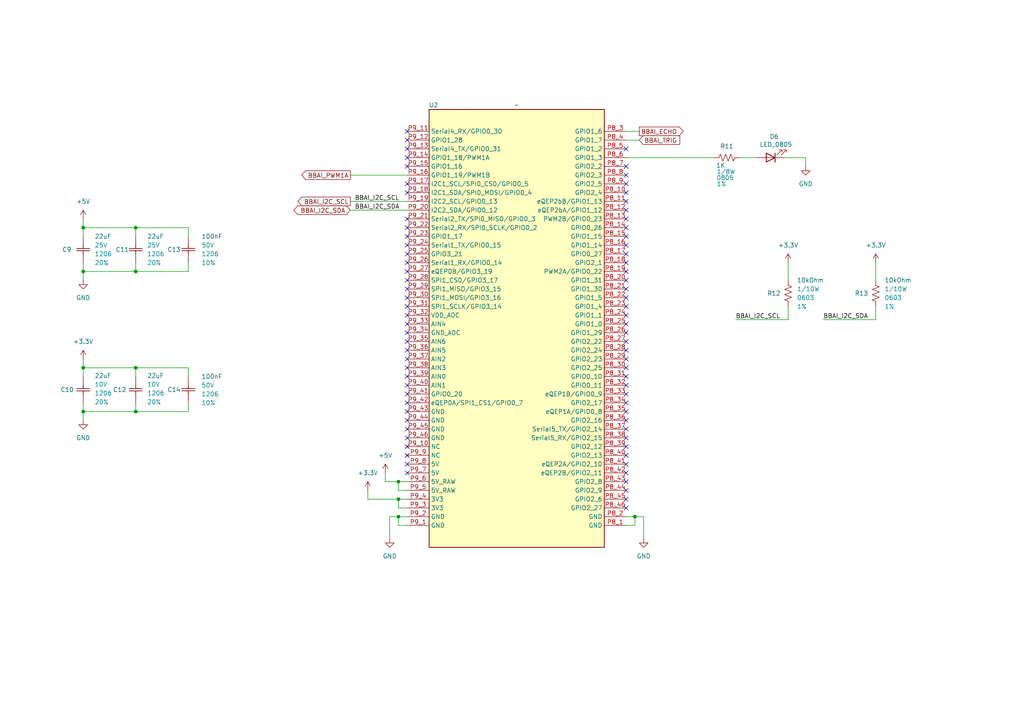
<source format=kicad_sch>
(kicad_sch (version 20250114) (generator "eeschema") (generator_version "9.0")
  (paper "A4")
  (title_block (title "BBAI") (date "2025-06-30"))
  (lib_symbols
    (symbol "automative_hexapod:BeagleBone_AI"
      (property "Reference" "U" (at -24.892 64.77 0))
      (symbol "BeagleBone_AI_0_1"
        (rectangle (start -25.4 63.5) (end 25.4 -63.5) (stroke (width 0.254)) (fill (type background)))
      )
      (symbol "BeagleBone_AI_1_1"
        (pin bidirectional line (at -31.75 57.15 0) (length 6.35) (name "Serial4_RX/GPIO0_30") (number "P9_11"))
        (pin bidirectional line (at -31.75 54.61 0) (length 6.35) (name "GPIO1_28") (number "P9_12"))
        (pin bidirectional line (at -31.75 52.07 0) (length 6.35) (name "Serial4_TX/GPIO0_31") (number "P9_13"))
        (pin bidirectional line (at -31.75 49.53 0) (length 6.35) (name "GPIO1_18/PWM1A") (number "P9_14"))
        (pin bidirectional line (at -31.75 46.99 0) (length 6.35) (name "GPIO1_16") (number "P9_15"))
        (pin bidirectional line (at -31.75 44.45 0) (length 6.35) (name "GPIO1_19/PWM1B") (number "P9_16"))
        (pin bidirectional line (at -31.75 41.91 0) (length 6.35) (name "I2C1_SCL/SPI0_CS0/GPIO0_5") (number "P9_17"))
        (pin bidirectional line (at -31.75 39.37 0) (length 6.35) (name "I2C1_SDA/SPI0_MOSI/GPIO0_4") (number "P9_18"))
        (pin bidirectional line (at -31.75 36.83 0) (length 6.35) (name "I2C2_SCL/GPIO0_13") (number "P9_19"))
        (pin bidirectional line (at -31.75 34.29 0) (length 6.35) (name "I2C2_SDA/GPIO0_12") (number "P9_20"))
        (pin bidirectional line (at -31.75 31.75 0) (length 6.35) (name "Serial2_TX/SPI0_MISO/GPIO0_3") (number "P9_21"))
        (pin bidirectional line (at -31.75 29.21 0) (length 6.35) (name "Serial2_RX/SPI0_SCLK/GPIO0_2") (number "P9_22"))
        (pin bidirectional line (at -31.75 26.67 0) (length 6.35) (name "GPIO1_17") (number "P9_23"))
        (pin bidirectional line (at -31.75 24.13 0) (length 6.35) (name "Serial1_TX/GPIO0_15") (number "P9_24"))
        (pin bidirectional line (at -31.75 21.59 0) (length 6.35) (name "GPIO3_21") (number "P9_25"))
        (pin bidirectional line (at -31.75 19.05 0) (length 6.35) (name "Serial1_RX/GPIO0_14") (number "P9_26"))
        (pin bidirectional line (at -31.75 16.51 0) (length 6.35) (name "eQEP0B/GPIO3_19") (number "P9_27"))
        (pin bidirectional line (at -31.75 13.97 0) (length 6.35) (name "SPI1_CS0/GPIO3_17") (number "P9_28"))
        (pin bidirectional line (at -31.75 11.43 0) (length 6.35) (name "SPI1_MISO/GPIO3_15") (number "P9_29"))
        (pin bidirectional line (at -31.75 8.89 0) (length 6.35) (name "SPI1_MOSI/GPIO3_16") (number "P9_30"))
        (pin bidirectional line (at -31.75 6.35 0) (length 6.35) (name "SPI1_SCLK/GPIO3_14") (number "P9_31"))
        (pin power_in line (at -31.75 3.81 0) (length 6.35) (name "VDD_ADC") (number "P9_32"))
        (pin bidirectional line (at -31.75 1.27 0) (length 6.35) (name "AIN4") (number "P9_33"))
        (pin passive line (at -31.75 -1.27 0) (length 6.35) (name "GND_ADC") (number "P9_34"))
        (pin bidirectional line (at -31.75 -3.81 0) (length 6.35) (name "AIN6") (number "P9_35"))
        (pin bidirectional line (at -31.75 -6.35 0) (length 6.35) (name "AIN5") (number "P9_36"))
        (pin bidirectional line (at -31.75 -8.89 0) (length 6.35) (name "AIN2") (number "P9_37"))
        (pin bidirectional line (at -31.75 -11.43 0) (length 6.35) (name "AIN3") (number "P9_38"))
        (pin bidirectional line (at -31.75 -13.97 0) (length 6.35) (name "AIN0") (number "P9_39"))
        (pin bidirectional line (at -31.75 -16.51 0) (length 6.35) (name "AIN1") (number "P9_40"))
        (pin bidirectional line (at -31.75 -19.05 0) (length 6.35) (name "GPIO0_20") (number "P9_41"))
        (pin bidirectional line (at -31.75 -21.59 0) (length 6.35) (name "eQEP0A/SPI1_CS1/GPIO0_7") (number "P9_42"))
        (pin passive line (at -31.75 -24.13 0) (length 6.35) (name "GND") (number "P9_43"))
        (pin passive line (at -31.75 -26.67 0) (length 6.35) (name "GND") (number "P9_44"))
        (pin passive line (at -31.75 -29.21 0) (length 6.35) (name "GND") (number "P9_45"))
        (pin passive line (at -31.75 -31.75 0) (length 6.35) (name "GND") (number "P9_46"))
        (pin no_connect line (at -31.75 -34.29 0) (length 6.35) (name "NC") (number "P9_10"))
        (pin no_connect line (at -31.75 -36.83 0) (length 6.35) (name "NC") (number "P9_9"))
        (pin power_in line (at -31.75 -39.37 0) (length 6.35) (name "5V") (number "P9_8"))
        (pin power_in line (at -31.75 -41.91 0) (length 6.35) (name "5V") (number "P9_7"))
        (pin power_in line (at -31.75 -44.45 0) (length 6.35) (name "5V_RAW") (number "P9_6"))
        (pin power_in line (at -31.75 -46.99 0) (length 6.35) (name "5V_RAW") (number "P9_5"))
        (pin power_in line (at -31.75 -49.53 0) (length 6.35) (name "3V3") (number "P9_4"))
        (pin power_in line (at -31.75 -52.07 0) (length 6.35) (name "3V3") (number "P9_3"))
        (pin passive line (at -31.75 -54.61 0) (length 6.35) (name "GND") (number "P9_2"))
        (pin passive line (at -31.75 -57.15 0) (length 6.35) (name "GND") (number "P9_1"))
        (pin bidirectional line (at 31.75 57.15 180) (length 6.35) (name "GPIO1_6") (number "P8_3"))
        (pin bidirectional line (at 31.75 54.61 180) (length 6.35) (name "GPIO1_7") (number "P8_4"))
        (pin bidirectional line (at 31.75 52.07 180) (length 6.35) (name "GPIO1_2") (number "P8_5"))
        (pin bidirectional line (at 31.75 49.53 180) (length 6.35) (name "GPIO1_3") (number "P8_6"))
        (pin bidirectional line (at 31.75 46.99 180) (length 6.35) (name "GPIO2_2") (number "P8_7"))
        (pin bidirectional line (at 31.75 44.45 180) (length 6.35) (name "GPIO2_3") (number "P8_8"))
        (pin bidirectional line (at 31.75 41.91 180) (length 6.35) (name "GPIO2_5") (number "P8_9"))
        (pin bidirectional line (at 31.75 39.37 180) (length 6.35) (name "GPIO2_4") (number "P8_10"))
        (pin bidirectional line (at 31.75 36.83 180) (length 6.35) (name "eQEP2bB/GPIO1_13") (number "P8_11"))
        (pin bidirectional line (at 31.75 34.29 180) (length 6.35) (name "eQEP2bA/GPIO1_12") (number "P8_12"))
        (pin bidirectional line (at 31.75 31.75 180) (length 6.35) (name "PWM2B/GPIO0_23") (number "P8_13"))
        (pin bidirectional line (at 31.75 29.21 180) (length 6.35) (name "GPIO0_26") (number "P8_14"))
        (pin bidirectional line (at 31.75 26.67 180) (length 6.35) (name "GPIO1_15") (number "P8_15"))
        (pin bidirectional line (at 31.75 24.13 180) (length 6.35) (name "GPIO1_14") (number "P8_16"))
        (pin bidirectional line (at 31.75 21.59 180) (length 6.35) (name "GPIO0_27") (number "P8_17"))
        (pin bidirectional line (at 31.75 19.05 180) (length 6.35) (name "GPIO2_1") (number "P8_18"))
        (pin bidirectional line (at 31.75 16.51 180) (length 6.35) (name "PWM2A/GPIO0_22") (number "P8_19"))
        (pin bidirectional line (at 31.75 13.97 180) (length 6.35) (name "GPIO1_31") (number "P8_20"))
        (pin bidirectional line (at 31.75 11.43 180) (length 6.35) (name "GPIO1_30") (number "P8_21"))
        (pin bidirectional line (at 31.75 8.89 180) (length 6.35) (name "GPIO1_5") (number "P8_22"))
        (pin bidirectional line (at 31.75 6.35 180) (length 6.35) (name "GPIO1_4") (number "P8_23"))
        (pin bidirectional line (at 31.75 3.81 180) (length 6.35) (name "GPIO1_1") (number "P8_24"))
        (pin bidirectional line (at 31.75 1.27 180) (length 6.35) (name "GPIO1_0") (number "P8_25"))
        (pin passive line (at 31.75 -1.27 180) (length 6.35) (name "GPIO1_29") (number "P8_26"))
        (pin bidirectional line (at 31.75 -3.81 180) (length 6.35) (name "GPIO2_22") (number "P8_27"))
        (pin bidirectional line (at 31.75 -6.35 180) (length 6.35) (name "GPIO2_24") (number "P8_28"))
        (pin bidirectional line (at 31.75 -8.89 180) (length 6.35) (name "GPIO2_23") (number "P8_29"))
        (pin bidirectional line (at 31.75 -11.43 180) (length 6.35) (name "GPIO2_25") (number "P8_30"))
        (pin bidirectional line (at 31.75 -13.97 180) (length 6.35) (name "GPIO0_10") (number "P8_31"))
        (pin bidirectional line (at 31.75 -16.51 180) (length 6.35) (name "GPIO0_11") (number "P8_32"))
        (pin bidirectional line (at 31.75 -19.05 180) (length 6.35) (name "eQEP1B/GPIO0_9") (number "P8_33"))
        (pin bidirectional line (at 31.75 -21.59 180) (length 6.35) (name "GPIO2_17") (number "P8_34"))
        (pin bidirectional line (at 31.75 -24.13 180) (length 6.35) (name "eQEP1A/GPIO0_8") (number "P8_35"))
        (pin bidirectional line (at 31.75 -26.67 180) (length 6.35) (name "GPIO2_16") (number "P8_36"))
        (pin bidirectional line (at 31.75 -29.21 180) (length 6.35) (name "Serial5_TX/GPIO2_14") (number "P8_37"))
        (pin bidirectional line (at 31.75 -31.75 180) (length 6.35) (name "Serial5_RX/GPIO2_15") (number "P8_38"))
        (pin bidirectional line (at 31.75 -34.29 180) (length 6.35) (name "GPIO2_12") (number "P8_39"))
        (pin bidirectional line (at 31.75 -36.83 180) (length 6.35) (name "GPIO2_13") (number "P8_40"))
        (pin bidirectional line (at 31.75 -39.37 180) (length 6.35) (name "eQEP2A/GPIO2_10") (number "P8_41"))
        (pin bidirectional line (at 31.75 -41.91 180) (length 6.35) (name "eQEP2B/GPIO2_11") (number "P8_42"))
        (pin bidirectional line (at 31.75 -44.45 180) (length 6.35) (name "GPIO2_8") (number "P8_43"))
        (pin bidirectional line (at 31.75 -46.99 180) (length 6.35) (name "GPIO2_9") (number "P8_44"))
        (pin bidirectional line (at 31.75 -49.53 180) (length 6.35) (name "GPIO2_6") (number "P8_45"))
        (pin bidirectional line (at 31.75 -52.07 180) (length 6.35) (name "GPIO2_27") (number "P8_46"))
        (pin passive line (at 31.75 -54.61 180) (length 6.35) (name "GND") (number "P8_2"))
        (pin passive line (at 31.75 -57.15 180) (length 6.35) (name "GND") (number "P8_1"))
      )
    )
    (symbol "automative_hexapod:Ceramic_Cap_1206_100nF_50V" (pin_numbers (hide yes)) (pin_names (hide yes))
      (property "Reference" "C" (at -1.524 2.794 0))
      (property "Value" "100nF" (at -0.254 -3.81 0))
      (property "Value 2" "50V" (at -1.27 -5.842 0))
      (property "Value 3" "1206" (at -0.508 -7.874 0))
      (property "Value 4" "10%" (at -1.016 -9.652 0))
      (symbol "Ceramic_Cap_1206_100nF_50V_1_1"
        (polyline (pts (xy -1.27 0) (xy -0.3302 0)) (stroke (width 0.2032)))
        (polyline (pts (xy -0.3302 -1.905) (xy -0.3302 1.905)) (stroke (width 0.2032)))
        (polyline (pts (xy 0.3048 0) (xy 1.27 0)) (stroke (width 0.2032)))
        (polyline (pts (xy 0.3048 -1.905) (xy 0.3048 1.905)) (stroke (width 0.2032)))
        (pin unspecified line (at -3.81 0 0) (length 2.54) (name "") (number "1"))
        (pin unspecified line (at 3.81 0 180) (length 2.54) (name "") (number "2"))
      )
    )
    (symbol "automative_hexapod:Ceramic_Cap_1206_22uF_10V" (pin_numbers (hide yes)) (pin_names (hide yes))
      (property "Reference" "C" (at -1.524 2.794 0))
      (property "Value" "22uF" (at -0.254 -3.81 0))
      (property "Value 2" "10V" (at -0.762 -5.842 0))
      (property "Value 3" "1206" (at 0 -7.874 0))
      (property "Value 4" "20%" (at -0.508 -9.652 0))
      (symbol "Ceramic_Cap_1206_22uF_10V_1_1"
        (polyline (pts (xy -1.27 0) (xy -0.3302 0)) (stroke (width 0.2032)))
        (polyline (pts (xy -0.3302 -1.905) (xy -0.3302 1.905)) (stroke (width 0.2032)))
        (polyline (pts (xy 0.3048 0) (xy 1.27 0)) (stroke (width 0.2032)))
        (polyline (pts (xy 0.3048 -1.905) (xy 0.3048 1.905)) (stroke (width 0.2032)))
        (pin unspecified line (at -3.81 0 0) (length 2.54) (name "") (number "1"))
        (pin unspecified line (at 3.81 0 180) (length 2.54) (name "") (number "2"))
      )
    )
    (symbol "automative_hexapod:Ceramic_Cap_1206_22uF_25V" (pin_numbers (hide yes)) (pin_names (hide yes))
      (property "Reference" "C" (at -1.524 2.794 0))
      (property "Value" "22uF" (at -0.254 -3.81 0))
      (property "Value 2" "25V" (at -0.762 -5.842 0))
      (property "Value 3" "1206" (at 0 -7.874 0))
      (property "Value 4" "20%" (at -0.508 -9.652 0))
      (symbol "Ceramic_Cap_1206_22uF_25V_1_1"
        (polyline (pts (xy -1.27 0) (xy -0.3302 0)) (stroke (width 0.2032)))
        (polyline (pts (xy -0.3302 -1.905) (xy -0.3302 1.905)) (stroke (width 0.2032)))
        (polyline (pts (xy 0.3048 0) (xy 1.27 0)) (stroke (width 0.2032)))
        (polyline (pts (xy 0.3048 -1.905) (xy 0.3048 1.905)) (stroke (width 0.2032)))
        (pin unspecified line (at -3.81 0 0) (length 2.54) (name "") (number "1"))
        (pin unspecified line (at 3.81 0 180) (length 2.54) (name "") (number "2"))
      )
    )
    (symbol "automative_hexapod:LED_0805" (pin_numbers (hide yes)) (pin_names (offset 1.016) (hide yes))
      (property "Reference" "D" (at 0 2.54 0))
      (property "Value" "LED_0805" (at 0 -2.794 0))
      (symbol "LED_0805_0_1"
        (polyline (pts (xy -1.27 1.27) (xy -1.27 -1.27) (xy 1.27 0) (xy -1.27 1.27)) (stroke (width 0.254)))
        (polyline (pts (xy 1.27 1.27) (xy 1.27 -1.27)) (stroke (width 0.254)))
        (polyline (pts (xy 1.27 0) (xy -1.27 0)))
        (polyline (pts (xy 1.778 0.762) (xy 3.302 2.286) (xy 2.54 2.286) (xy 3.302 2.286) (xy 3.302 1.524)))
        (polyline (pts (xy 3.048 0.762) (xy 4.572 2.286) (xy 3.81 2.286) (xy 4.572 2.286) (xy 4.572 1.524)))
      )
      (symbol "LED_0805_1_1"
        (pin passive line (at -3.81 0 0) (length 2.54) (name "A") (number "2"))
        (pin passive line (at 3.81 0 180) (length 2.54) (name "K") (number "1"))
      )
    )
    (symbol "automative_hexapod:Res_10K_0603_1%" (pin_numbers (hide yes)) (pin_names (hide yes))
      (property "Reference" "R" (at 0 2.54 0))
      (property "Value" "10kOhm" (at 0.508 -3.556 0))
      (property "Value 2" "1/10W" (at -0.508 -5.334 0))
      (property "Value 3" "0603" (at -0.762 -7.112 0))
      (property "Value 4" "1%" (at -1.778 -8.89 0))
      (symbol "Res_10K_0603_1%_0_1"
        (polyline (pts (xy -2.286 0) (xy -2.54 0)))
        (polyline (pts (xy -2.286 0) (xy -1.905 1.016) (xy -1.524 0) (xy -1.143 -1.016) (xy -0.762 0)))
        (polyline (pts (xy 0.762 0) (xy 1.143 1.016) (xy 1.524 0) (xy 1.905 -1.016) (xy 2.286 0)))
        (polyline (pts (xy 2.286 0) (xy 2.54 0)))
      )
      (symbol "Res_10K_0603_1%_1_1"
        (polyline (pts (xy -0.762 0) (xy -0.381 1.016) (xy 0 0) (xy 0.381 -1.016) (xy 0.762 0)))
        (pin passive line (at -3.81 0 0) (length 1.27) (name "~") (number "1"))
        (pin passive line (at 3.81 0 180) (length 1.27) (name "~") (number "2"))
      )
    )
    (symbol "automative_hexapod:Res_1K_0805_1%" (pin_numbers (hide yes)) (pin_names (hide yes))
      (property "Reference" "R" (at 0 2.54 0))
      (property "Value" "1kOhm" (at 0.254 -3.302 0))
      (property "Value 2" "1/8W" (at -0.254 -5.08 0))
      (property "Value 3" "0805" (at -0.508 -6.858 0))
      (property "Value 4" "1%" (at -1.524 -8.636 0))
      (symbol "Res_1K_0805_1%_0_1"
        (polyline (pts (xy -2.286 0) (xy -2.54 0)))
        (polyline (pts (xy -2.286 0) (xy -1.905 1.016) (xy -1.524 0) (xy -1.143 -1.016) (xy -0.762 0)))
        (polyline (pts (xy 0.762 0) (xy 1.143 1.016) (xy 1.524 0) (xy 1.905 -1.016) (xy 2.286 0)))
        (polyline (pts (xy 2.286 0) (xy 2.54 0)))
      )
      (symbol "Res_1K_0805_1%_1_1"
        (polyline (pts (xy -0.762 0) (xy -0.381 1.016) (xy 0 0) (xy 0.381 -1.016) (xy 0.762 0)))
        (pin passive line (at -3.81 0 0) (length 1.27) (name "~") (number "1"))
        (pin passive line (at 3.81 0 180) (length 1.27) (name "~") (number "2"))
      )
    )
    (symbol "power:+3.3V" (power) (pin_numbers (hide yes)) (pin_names (offset 0) (hide yes))
      (property "Value" "+3.3V" (at 0 3.556 0))
      (symbol "+3.3V_0_1"
        (polyline (pts (xy -0.762 1.27) (xy 0 2.54)))
        (polyline (pts (xy 0 2.54) (xy 0.762 1.27)))
        (polyline (pts (xy 0 0) (xy 0 2.54)))
      )
      (symbol "+3.3V_1_1"
        (pin power_in line (at 0 0 90) (length 0) (name "~") (number "1"))
      )
    )
    (symbol "power:+5V" (power) (pin_numbers (hide yes)) (pin_names (offset 0) (hide yes))
      (property "Value" "+5V" (at 0 3.556 0))
      (symbol "+5V_0_1"
        (polyline (pts (xy -0.762 1.27) (xy 0 2.54)))
        (polyline (pts (xy 0 2.54) (xy 0.762 1.27)))
        (polyline (pts (xy 0 0) (xy 0 2.54)))
      )
      (symbol "+5V_1_1"
        (pin power_in line (at 0 0 90) (length 0) (name "~") (number "1"))
      )
    )
    (symbol "power:GND" (power) (pin_numbers (hide yes)) (pin_names (offset 0) (hide yes))
      (property "Value" "GND" (at 0 -3.81 0))
      (symbol "GND_0_1"
        (polyline (pts (xy 0 0) (xy 0 -1.27) (xy 1.27 -1.27) (xy 0 -2.54) (xy -1.27 -1.27) (xy 0 -1.27)))
      )
      (symbol "GND_1_1"
        (pin power_in line (at 0 0 270) (length 0) (name "~") (number "1"))
      )
    )
  )
  (junction (at 39.37 106.68))
  (junction (at 24.13 106.68))
  (junction (at 115.57 144.78))
  (junction (at 39.37 66.04))
  (junction (at 39.37 119.38))
  (junction (at 115.57 149.86))
  (junction (at 24.13 78.74))
  (junction (at 24.13 119.38))
  (junction (at 184.15 149.86))
  (junction (at 39.37 78.74))
  (junction (at 115.57 139.7))
  (junction (at 24.13 66.04))
  (no_connect (at 118.11 73.66))
  (no_connect (at 118.11 83.82))
  (no_connect (at 181.61 78.74))
  (no_connect (at 118.11 121.92))
  (no_connect (at 181.61 83.82))
  (no_connect (at 118.11 129.54))
  (no_connect (at 118.11 93.98))
  (no_connect (at 181.61 142.24))
  (no_connect (at 181.61 124.46))
  (no_connect (at 181.61 106.68))
  (no_connect (at 181.61 132.08))
  (no_connect (at 181.61 116.84))
  (no_connect (at 118.11 45.72))
  (no_connect (at 118.11 127))
  (no_connect (at 118.11 134.62))
  (no_connect (at 181.61 99.06))
  (no_connect (at 118.11 101.6))
  (no_connect (at 181.61 121.92))
  (no_connect (at 118.11 111.76))
  (no_connect (at 118.11 40.64))
  (no_connect (at 181.61 137.16))
  (no_connect (at 181.61 48.26))
  (no_connect (at 118.11 86.36))
  (no_connect (at 118.11 43.18))
  (no_connect (at 118.11 132.08))
  (no_connect (at 181.61 114.3))
  (no_connect (at 118.11 96.52))
  (no_connect (at 118.11 53.34))
  (no_connect (at 181.61 139.7))
  (no_connect (at 181.61 127))
  (no_connect (at 181.61 53.34))
  (no_connect (at 181.61 81.28))
  (no_connect (at 181.61 111.76))
  (no_connect (at 181.61 60.96))
  (no_connect (at 181.61 66.04))
  (no_connect (at 181.61 134.62))
  (no_connect (at 118.11 91.44))
  (no_connect (at 181.61 50.8))
  (no_connect (at 181.61 147.32))
  (no_connect (at 118.11 66.04))
  (no_connect (at 181.61 91.44))
  (no_connect (at 118.11 88.9))
  (no_connect (at 181.61 76.2))
  (no_connect (at 181.61 58.42))
  (no_connect (at 181.61 93.98))
  (no_connect (at 181.61 104.14))
  (no_connect (at 118.11 38.1))
  (no_connect (at 181.61 129.54))
  (no_connect (at 118.11 78.74))
  (no_connect (at 181.61 109.22))
  (no_connect (at 181.61 43.18))
  (no_connect (at 118.11 119.38))
  (no_connect (at 118.11 109.22))
  (no_connect (at 118.11 114.3))
  (no_connect (at 181.61 86.36))
  (no_connect (at 181.61 101.6))
  (no_connect (at 181.61 88.9))
  (no_connect (at 118.11 106.68))
  (no_connect (at 181.61 73.66))
  (no_connect (at 181.61 96.52))
  (no_connect (at 181.61 144.78))
  (no_connect (at 118.11 81.28))
  (no_connect (at 118.11 71.12))
  (no_connect (at 118.11 99.06))
  (no_connect (at 181.61 68.58))
  (no_connect (at 181.61 55.88))
  (no_connect (at 118.11 116.84))
  (no_connect (at 118.11 63.5))
  (no_connect (at 118.11 55.88))
  (no_connect (at 181.61 63.5))
  (no_connect (at 181.61 119.38))
  (no_connect (at 118.11 104.14))
  (no_connect (at 118.11 76.2))
  (no_connect (at 118.11 48.26))
  (no_connect (at 118.11 68.58))
  (no_connect (at 118.11 137.16))
  (no_connect (at 118.11 124.46))
  (no_connect (at 181.61 71.12))
  (wire (pts (xy 111.76 139.7) (xy 115.57 139.7)))
  (wire (pts (xy 39.37 119.38) (xy 24.13 119.38)))
  (wire (pts (xy 54.61 119.38) (xy 39.37 119.38)))
  (wire (pts (xy 24.13 104.14) (xy 24.13 106.68)))
  (wire (pts (xy 24.13 66.04) (xy 39.37 66.04)))
  (wire (pts (xy 184.15 149.86) (xy 184.15 152.4)))
  (wire (pts (xy 39.37 76.2) (xy 39.37 78.74)))
  (wire (pts (xy 113.03 149.86) (xy 115.57 149.86)))
  (wire (pts (xy 115.57 139.7) (xy 115.57 142.24)))
  (wire (pts (xy 54.61 68.58) (xy 54.61 66.04)))
  (wire (pts (xy 254 88.9) (xy 254 92.71)))
  (wire (pts (xy 39.37 66.04) (xy 54.61 66.04)))
  (wire (pts (xy 39.37 66.04) (xy 39.37 68.58)))
  (wire (pts (xy 228.6 92.71) (xy 228.6 88.9)))
  (wire (pts (xy 238.76 92.71) (xy 254 92.71)))
  (wire (pts (xy 106.68 142.24) (xy 106.68 144.78)))
  (wire (pts (xy 118.11 142.24) (xy 115.57 142.24)))
  (wire (pts (xy 101.6 50.8) (xy 118.11 50.8)))
  (wire (pts (xy 118.11 147.32) (xy 115.57 147.32)))
  (wire (pts (xy 233.68 45.72) (xy 233.68 48.26)))
  (wire (pts (xy 185.42 38.1) (xy 181.61 38.1)))
  (wire (pts (xy 213.36 92.71) (xy 228.6 92.71)))
  (wire (pts (xy 101.6 58.42) (xy 118.11 58.42)))
  (wire (pts (xy 24.13 76.2) (xy 24.13 78.74)))
  (wire (pts (xy 106.68 144.78) (xy 115.57 144.78)))
  (wire (pts (xy 24.13 63.5) (xy 24.13 66.04)))
  (wire (pts (xy 54.61 116.84) (xy 54.61 119.38)))
  (wire (pts (xy 39.37 78.74) (xy 24.13 78.74)))
  (wire (pts (xy 24.13 119.38) (xy 24.13 121.92)))
  (wire (pts (xy 54.61 109.22) (xy 54.61 106.68)))
  (wire (pts (xy 186.69 149.86) (xy 184.15 149.86)))
  (wire (pts (xy 118.11 152.4) (xy 115.57 152.4)))
  (wire (pts (xy 39.37 116.84) (xy 39.37 119.38)))
  (wire (pts (xy 39.37 106.68) (xy 54.61 106.68)))
  (wire (pts (xy 113.03 156.21) (xy 113.03 149.86)))
  (wire (pts (xy 24.13 106.68) (xy 39.37 106.68)))
  (wire (pts (xy 101.6 60.96) (xy 118.11 60.96)))
  (wire (pts (xy 184.15 149.86) (xy 181.61 149.86)))
  (wire (pts (xy 181.61 152.4) (xy 184.15 152.4)))
  (wire (pts (xy 227.33 45.72) (xy 233.68 45.72)))
  (wire (pts (xy 54.61 78.74) (xy 39.37 78.74)))
  (wire (pts (xy 24.13 66.04) (xy 24.13 68.58)))
  (wire (pts (xy 254 76.2) (xy 254 81.28)))
  (wire (pts (xy 54.61 76.2) (xy 54.61 78.74)))
  (wire (pts (xy 181.61 45.72) (xy 207.01 45.72)))
  (wire (pts (xy 24.13 78.74) (xy 24.13 81.28)))
  (wire (pts (xy 115.57 144.78) (xy 118.11 144.78)))
  (wire (pts (xy 111.76 137.16) (xy 111.76 139.7)))
  (wire (pts (xy 214.63 45.72) (xy 219.71 45.72)))
  (wire (pts (xy 115.57 149.86) (xy 118.11 149.86)))
  (wire (pts (xy 186.69 156.21) (xy 186.69 149.86)))
  (wire (pts (xy 39.37 106.68) (xy 39.37 109.22)))
  (wire (pts (xy 228.6 76.2) (xy 228.6 81.28)))
  (wire (pts (xy 115.57 144.78) (xy 115.57 147.32)))
  (wire (pts (xy 185.42 40.64) (xy 181.61 40.64)))
  (wire (pts (xy 24.13 106.68) (xy 24.13 109.22)))
  (wire (pts (xy 24.13 116.84) (xy 24.13 119.38)))
  (wire (pts (xy 115.57 139.7) (xy 118.11 139.7)))
  (wire (pts (xy 115.57 149.86) (xy 115.57 152.4)))
  (label "BBAI_I2C_SCL" (at 213.36 92.71 0))
  (label "BBAI_I2C_SCL" (at 102.87 58.42 0))
  (label "BBAI_I2C_SDA" (at 102.87 60.96 0))
  (label "BBAI_I2C_SDA" (at 238.76 92.71 0))
  (global_label "BBAI_TRIG" (shape input) (at 185.42 40.64 0) (property "Intersheetrefs" "${INTERSHEET_REFS}" (effects (hide yes))))
  (global_label "BBAI_PWM1A" (shape output) (at 101.6 50.8 180) (property "Intersheetrefs" "${INTERSHEET_REFS}" (effects (hide yes))))
  (global_label "BBAI_I2C_SCL" (shape output) (at 101.6 58.42 180) (property "Intersheetrefs" "${INTERSHEET_REFS}" (effects (hide yes))))
  (global_label "BBAI_ECHO" (shape output) (at 185.42 38.1 0) (property "Intersheetrefs" "${INTERSHEET_REFS}" (effects (hide yes))))
  (global_label "BBAI_I2C_SDA" (shape bidirectional) (at 101.6 60.96 180) (property "Intersheetrefs" "${INTERSHEET_REFS}" (effects (hide yes))))
  (symbol (lib_id "power:GND") (at 186.69 156.21 0) (mirror y) (unit 1)
    (property "Reference" "#PWR035" (effects (hide yes)))
    (property "Value" "GND" (at 186.69 161.29 0))
    (property "Description" "Power symbol creates a global label with name \"GND\" , ground" (effects (hide yes)))
  )
  (symbol (lib_id "automative_hexapod:Ceramic_Cap_1206_22uF_10V") (at 39.37 113.03 90) (unit 1)
    (property "Reference" "C12" (at 32.766 113.03 90) (effects (justify right)))
    (property "Value" "22uF" (at 42.672 108.966 90) (effects (justify right)))
    (property "Footprint" "automative_hexapod:Ceramic_Cap_1206" (effects (hide yes)))
    (property "Description" "20%, 1206 (3216 Metric)" (effects (hide yes)))
    (property "Value 2" "10V" (at 42.672 111.506 90) (effects (justify right)))
    (property "Value 3" "1206" (at 42.672 114.046 90) (effects (justify right)))
    (property "Value 4" "20%" (at 42.672 116.586 90) (effects (justify right)))
    (property "Supply Name" "Thegioiic" (effects (hide yes)))
    (property "Supply Part Number" " Tụ Gốm 1206 22uF 10V" (effects (hide yes)))
    (property "Supply URL" "https://www.Thegioiic.com/tu-gom-1206-22uf-10v" (effects (hide yes)))
  )
  (symbol (lib_id "power:GND") (at 233.68 48.26 0) (unit 1)
    (property "Reference" "#PWR037" (effects (hide yes)))
    (property "Value" "GND" (at 233.68 53.34 0))
    (property "Description" "Power symbol creates a global label with name \"GND\" , ground" (effects (hide yes)))
  )
  (symbol (lib_id "automative_hexapod:Ceramic_Cap_1206_22uF_10V") (at 24.13 113.03 90) (unit 1)
    (property "Reference" "C10" (at 17.526 113.03 90) (effects (justify right)))
    (property "Value" "22uF" (at 27.432 108.966 90) (effects (justify right)))
    (property "Footprint" "automative_hexapod:Ceramic_Cap_1206" (effects (hide yes)))
    (property "Description" "20%, 1206 (3216 Metric)" (effects (hide yes)))
    (property "Value 2" "10V" (at 27.432 111.506 90) (effects (justify right)))
    (property "Value 3" "1206" (at 27.432 114.046 90) (effects (justify right)))
    (property "Value 4" "20%" (at 27.432 116.586 90) (effects (justify right)))
    (property "Supply Name" "Thegioiic" (effects (hide yes)))
    (property "Supply Part Number" " Tụ Gốm 1206 22uF 10V" (effects (hide yes)))
    (property "Supply URL" "https://www.Thegioiic.com/tu-gom-1206-22uf-10v" (effects (hide yes)))
  )
  (symbol (lib_id "power:GND") (at 24.13 121.92 0) (unit 1)
    (property "Reference" "#PWR031" (effects (hide yes)))
    (property "Value" "GND" (at 24.13 127 0))
    (property "Description" "Power symbol creates a global label with name \"GND\" , ground" (effects (hide yes)))
  )
  (symbol (lib_id "automative_hexapod:Res_1K_0805_1%") (at 210.82 45.72 0) (unit 1)
    (property "Reference" "R11" (at 210.82 42.418 0))
    (property "Value" "1K" (at 209.042 48.006 0))
    (property "Footprint" "automative_hexapod:Res_0805" (effects (hide yes)))
    (property "Description" "Res_1K_0805_1%" (effects (hide yes)))
    (property "Supply Name" "Thegioiic" (effects (hide yes)))
    (property "Supply Part Number" "Điện Trở 1 KOhm 0805 1%" (effects (hide yes)))
    (property "Supply URL" "https://www.Thegioiic.com/dien-tro-1-kohm-0805-1-" (effects (hide yes)))
    (property "Value 2" "1/8W" (at 210.566 49.784 0))
    (property "Value 3" "0805" (at 210.312 51.562 0))
    (property "Value 4" "1%" (at 209.296 53.34 0))
  )
  (symbol (lib_id "automative_hexapod:Ceramic_Cap_1206_22uF_25V") (at 24.13 72.39 90) (unit 1)
    (property "Reference" "C9" (at 18.034 72.39 90) (effects (justify right)))
    (property "Value" "22uF" (at 27.432 68.58 90) (effects (justify right)))
    (property "Footprint" "automative_hexapod:Ceramic_Cap_1206" (effects (hide yes)))
    (property "Description" "20%, 1206 (3216 Metric)" (effects (hide yes)))
    (property "Value 2" "25V" (at 27.432 71.12 90) (effects (justify right)))
    (property "Value 3" "1206" (at 27.432 73.66 90) (effects (justify right)))
    (property "Value 4" "20%" (at 27.432 76.2 90) (effects (justify right)))
    (property "Supply Name" "Thegioiic" (effects (hide yes)))
    (property "Supply Part Number" "Tụ Gốm 1206 22uF 25V" (effects (hide yes)))
    (property "Supply URL" "https://www.Thegioiic.com/tu-gom-1206-22uf-25v" (effects (hide yes)))
  )
  (symbol (lib_id "automative_hexapod:Ceramic_Cap_1206_22uF_25V") (at 39.37 72.39 90) (unit 1)
    (property "Reference" "C11" (at 33.528 72.39 90) (effects (justify right)))
    (property "Value" "22uF" (at 42.672 68.58 90) (effects (justify right)))
    (property "Footprint" "automative_hexapod:Ceramic_Cap_1206" (effects (hide yes)))
    (property "Description" "20%, 1206 (3216 Metric)" (effects (hide yes)))
    (property "Value 2" "25V" (at 42.672 71.12 90) (effects (justify right)))
    (property "Value 3" "1206" (at 42.672 73.66 90) (effects (justify right)))
    (property "Value 4" "20%" (at 42.672 76.2 90) (effects (justify right)))
    (property "Supply Name" "Thegioiic" (effects (hide yes)))
    (property "Supply Part Number" "Tụ Gốm 1206 22uF 25V" (effects (hide yes)))
    (property "Supply URL" "https://www.Thegioiic.com/tu-gom-1206-22uf-25v" (effects (hide yes)))
  )
  (symbol (lib_id "power:+3.3V") (at 24.13 104.14 0) (unit 1)
    (property "Reference" "#PWR030" (effects (hide yes)))
    (property "Value" "+3.3V" (at 24.13 99.06 0))
    (property "Description" "Power symbol creates a global label with name \"+3.3V\"" (effects (hide yes)))
  )
  (symbol (lib_id "automative_hexapod:Ceramic_Cap_1206_100nF_50V") (at 54.61 113.03 270) (unit 1)
    (property "Reference" "C14" (at 48.514 113.03 90) (effects (justify left)))
    (property "Value" "100nF" (at 58.42 109.22 90) (effects (justify left)))
    (property "Footprint" "automative_hexapod:Ceramic_Cap_1206" (effects (hide yes)))
    (property "Description" "10%, 1206 (3216 Metric)" (effects (hide yes)))
    (property "Value 2" "50V" (at 58.42 111.76 90) (effects (justify left)))
    (property "Value 3" "1206" (at 58.42 114.3 90) (effects (justify left)))
    (property "Value 4" "10%" (at 58.42 116.84 90) (effects (justify left)))
    (property "Supply Name" "Thegioiic" (effects (hide yes)))
    (property "Supply Part Number" " Tụ Gốm 1206 100nF (0.1uF) 50V" (effects (hide yes)))
    (property "Supply URL" "https://www.Thegioiic.com/tu-gom-1206-100nf-0-1uf-50v" (effects (hide yes)))
  )
  (symbol (lib_id "automative_hexapod:Res_10K_0603_1%") (at 254 85.09 90) (unit 1)
    (property "Reference" "R13" (at 247.904 85.09 90) (effects (justify right)))
    (property "Value" "10kOhm" (at 256.54 81.28 90) (effects (justify right)))
    (property "Footprint" "automative_hexapod:Res_0603" (effects (hide yes)))
    (property "Description" "Res_10K_0603_1%" (effects (hide yes)))
    (property "Value 2" "1/10W" (at 256.54 83.82 90) (effects (justify right)))
    (property "Value 3" "0603" (at 256.54 86.36 90) (effects (justify right)))
    (property "Value 4" "1%" (at 256.54 88.9 90) (effects (justify right)))
    (property "Supply Name" "Thegioiic" (effects (hide yes)))
    (property "Supply Part Number" "Điện Trở 10 KOhm 0603 1%" (effects (hide yes)))
    (property "Supply URL" "https://www.Thegioiic.com/dien-tro-10-kohm-0603-1-" (effects (hide yes)))
  )
  (symbol (lib_id "power:+3.3V") (at 228.6 76.2 0) (unit 1)
    (property "Reference" "#PWR036" (effects (hide yes)))
    (property "Value" "+3.3V" (at 228.6 71.12 0))
    (property "Description" "Power symbol creates a global label with name \"+3.3V\"" (effects (hide yes)))
  )
  (symbol (lib_id "power:GND") (at 24.13 81.28 0) (unit 1)
    (property "Reference" "#PWR029" (effects (hide yes)))
    (property "Value" "GND" (at 24.13 86.36 0))
    (property "Description" "Power symbol creates a global label with name \"GND\" , ground" (effects (hide yes)))
  )
  (symbol (lib_id "power:GND") (at 113.03 156.21 0) (unit 1)
    (property "Reference" "#PWR034" (effects (hide yes)))
    (property "Value" "GND" (at 113.03 161.29 0))
    (property "Description" "Power symbol creates a global label with name \"GND\" , ground" (effects (hide yes)))
  )
  (symbol (lib_id "power:+3.3V") (at 106.68 142.24 0) (unit 1)
    (property "Reference" "#PWR032" (effects (hide yes)))
    (property "Value" "+3.3V" (at 106.68 137.16 0))
    (property "Description" "Power symbol creates a global label with name \"+3.3V\"" (effects (hide yes)))
  )
  (symbol (lib_id "automative_hexapod:BeagleBone_AI") (at 149.86 95.25 0) (unit 1)
    (property "Reference" "U2" (at 125.73 30.48 0))
    (property "Value" "~" (at 149.86 30.48 0))
    (property "Footprint" "automative_hexapod:BeagleBone_AI" (effects (hide yes)))
  )
  (symbol (lib_id "power:+5V") (at 24.13 63.5 0) (unit 1)
    (property "Reference" "#PWR028" (effects (hide yes)))
    (property "Value" "+5V" (at 24.13 58.42 0))
    (property "Description" "Power symbol creates a global label with name \"+5V\"" (effects (hide yes)))
  )
  (symbol (lib_id "automative_hexapod:Res_10K_0603_1%") (at 228.6 85.09 90) (unit 1)
    (property "Reference" "R12" (at 222.504 85.09 90) (effects (justify right)))
    (property "Value" "10kOhm" (at 231.14 81.28 90) (effects (justify right)))
    (property "Footprint" "automative_hexapod:Res_0603" (effects (hide yes)))
    (property "Description" "Res_10K_0603_1%" (effects (hide yes)))
    (property "Value 2" "1/10W" (at 231.14 83.82 90) (effects (justify right)))
    (property "Value 3" "0603" (at 231.14 86.36 90) (effects (justify right)))
    (property "Value 4" "1%" (at 231.14 88.9 90) (effects (justify right)))
    (property "Supply Name" "Thegioiic" (effects (hide yes)))
    (property "Supply Part Number" "Điện Trở 10 KOhm 0603 1%" (effects (hide yes)))
    (property "Supply URL" "https://www.Thegioiic.com/dien-tro-10-kohm-0603-1-" (effects (hide yes)))
  )
  (symbol (lib_id "power:+5V") (at 111.76 137.16 0) (unit 1)
    (property "Reference" "#PWR033" (effects (hide yes)))
    (property "Value" "+5V" (at 111.76 132.08 0))
    (property "Description" "Power symbol creates a global label with name \"+5V\"" (effects (hide yes)))
  )
  (symbol (lib_id "power:+3.3V") (at 254 76.2 0) (unit 1)
    (property "Reference" "#PWR038" (effects (hide yes)))
    (property "Value" "+3.3V" (at 254 71.12 0))
    (property "Description" "Power symbol creates a global label with name \"+3.3V\"" (effects (hide yes)))
  )
  (symbol (lib_id "automative_hexapod:LED_0805") (at 223.52 45.72 0) (unit 1)
    (property "Reference" "D6" (at 224.536 39.624 0))
    (property "Value" "LED_0805" (at 225.044 41.91 0))
    (property "Footprint" "automative_hexapod:LED_0805" (effects (hide yes)))
    (property "Description" "Light emitting diode" (effects (hide yes)))
    (property "Supply Name" "Thegioiic" (effects (hide yes)))
    (property "Supply Part Number" "LED Xanh Lá 0805 Dán SMD Trong Suốt" (effects (hide yes)))
    (property "Supply URL" "https://www.Thegioiic.com/led-xanh-la-0805-dan-smd-trong-suot" (effects (hide yes)))
    (property "Supply Name" "Thegioiic" (effects (hide yes)))
  )
  (symbol (lib_id "automative_hexapod:Ceramic_Cap_1206_100nF_50V") (at 54.61 72.39 270) (unit 1)
    (property "Reference" "C13" (at 48.514 72.39 90) (effects (justify left)))
    (property "Value" "100nF" (at 58.42 68.58 90) (effects (justify left)))
    (property "Footprint" "automative_hexapod:Ceramic_Cap_1206" (effects (hide yes)))
    (property "Description" "10%, 1206 (3216 Metric)" (effects (hide yes)))
    (property "Value 2" "50V" (at 58.42 71.12 90) (effects (justify left)))
    (property "Value 3" "1206" (at 58.42 73.66 90) (effects (justify left)))
    (property "Value 4" "10%" (at 58.42 76.2 90) (effects (justify left)))
    (property "Supply Name" "Thegioiic" (effects (hide yes)))
    (property "Supply Part Number" " Tụ Gốm 1206 100nF (0.1uF) 50V" (effects (hide yes)))
    (property "Supply URL" "https://www.Thegioiic.com/tu-gom-1206-100nf-0-1uf-50v" (effects (hide yes)))
  )
)
</source>
